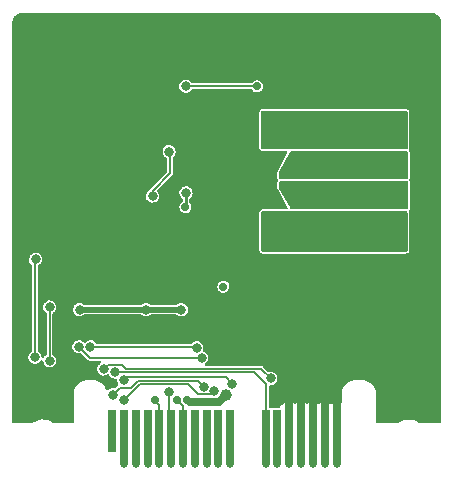
<source format=gbl>
G04 #@! TF.GenerationSoftware,KiCad,Pcbnew,(5.99.0-8491-gb8dfcb34c4)*
G04 #@! TF.CreationDate,2021-01-21T08:47:48+01:00*
G04 #@! TF.ProjectId,TMC2209_Driver,544d4332-3230-4395-9f44-72697665722e,rev?*
G04 #@! TF.SameCoordinates,PX67f3540PY6cb8080*
G04 #@! TF.FileFunction,Copper,L2,Bot*
G04 #@! TF.FilePolarity,Positive*
%FSLAX46Y46*%
G04 Gerber Fmt 4.6, Leading zero omitted, Abs format (unit mm)*
G04 Created by KiCad (PCBNEW (5.99.0-8491-gb8dfcb34c4)) date 2021-01-21 08:47:48*
%MOMM*%
%LPD*%
G01*
G04 APERTURE LIST*
G04 #@! TA.AperFunction,ConnectorPad*
%ADD10O,0.650000X0.650000*%
G04 #@! TD*
G04 #@! TA.AperFunction,ConnectorPad*
%ADD11R,0.650000X3.600000*%
G04 #@! TD*
G04 #@! TA.AperFunction,ConnectorPad*
%ADD12R,0.650000X4.600000*%
G04 #@! TD*
G04 #@! TA.AperFunction,ComponentPad*
%ADD13R,1.778000X1.778000*%
G04 #@! TD*
G04 #@! TA.AperFunction,ComponentPad*
%ADD14C,1.778000*%
G04 #@! TD*
G04 #@! TA.AperFunction,ViaPad*
%ADD15C,0.700000*%
G04 #@! TD*
G04 #@! TA.AperFunction,ViaPad*
%ADD16C,0.800000*%
G04 #@! TD*
G04 #@! TA.AperFunction,ViaPad*
%ADD17C,1.000000*%
G04 #@! TD*
G04 #@! TA.AperFunction,Conductor*
%ADD18C,0.650000*%
G04 #@! TD*
G04 #@! TA.AperFunction,Conductor*
%ADD19C,0.152400*%
G04 #@! TD*
G04 #@! TA.AperFunction,Conductor*
%ADD20C,0.254000*%
G04 #@! TD*
G04 #@! TA.AperFunction,Conductor*
%ADD21C,0.203200*%
G04 #@! TD*
G04 #@! TA.AperFunction,Conductor*
%ADD22C,0.250000*%
G04 #@! TD*
G04 #@! TA.AperFunction,Conductor*
%ADD23C,0.508000*%
G04 #@! TD*
G04 APERTURE END LIST*
D10*
X27652800Y1014800D03*
X26652800Y1014800D03*
X22652800Y1014800D03*
X11652800Y1014800D03*
X14652800Y1014800D03*
X9652800Y1014800D03*
X24652800Y1014800D03*
X12652800Y1014800D03*
X21652800Y1014800D03*
X10652800Y1014800D03*
X25652800Y1014800D03*
X15652800Y1014800D03*
X13652800Y1014800D03*
X16652800Y1014800D03*
X18652800Y1014800D03*
X23652800Y1014800D03*
X17652800Y1014800D03*
D11*
X8652800Y3814800D03*
D12*
X9652800Y3314800D03*
X10652800Y3314800D03*
X11652800Y3314800D03*
X12652800Y3314800D03*
X13652800Y3314800D03*
X14652800Y3314800D03*
X15652800Y3314800D03*
X16652800Y3314800D03*
X17652800Y3314800D03*
X18652800Y3314800D03*
X21652800Y3314800D03*
X22652800Y3314800D03*
X23652800Y3314800D03*
X24652800Y3314800D03*
X25652800Y3314800D03*
X26652800Y3314800D03*
X27652800Y3314800D03*
D13*
X32551398Y28948602D03*
D14*
X32551398Y26408602D03*
X32551398Y23868602D03*
X32551398Y21328602D03*
D15*
X21324598Y25672002D03*
X19419598Y23830502D03*
X20689598Y23830502D03*
X21324598Y24402002D03*
X19419598Y25037002D03*
X20054598Y25672002D03*
X19419598Y26307002D03*
X20689598Y26307002D03*
X20689598Y25037002D03*
X20054598Y24402002D03*
X18784598Y24402002D03*
X18784598Y25672002D03*
D16*
X6000000Y18000000D03*
X19000000Y11000000D03*
D17*
X33000000Y15000000D03*
X31500000Y35500000D03*
D16*
X2000000Y32000000D03*
X8000000Y34000000D03*
X8000000Y20000000D03*
X10000000Y32000000D03*
X7800000Y12310000D03*
X2000000Y20000000D03*
X6000000Y34000000D03*
D15*
X16010000Y15640000D03*
X17514598Y17264602D03*
D16*
X10000000Y34000000D03*
X10000000Y24000000D03*
X19000000Y15000000D03*
D17*
X33500000Y35500000D03*
D16*
X8000000Y26000000D03*
X6000000Y28000000D03*
D17*
X30341598Y17000000D03*
D16*
X4000000Y34000000D03*
X2000000Y28000000D03*
X2000000Y24000000D03*
X4000000Y28000000D03*
X10000000Y28000000D03*
X4000000Y32000000D03*
D15*
X23991598Y31488602D03*
D16*
X8000000Y16000000D03*
X8000000Y30000000D03*
X4037410Y18006844D03*
D17*
X28500000Y15000000D03*
D16*
X2000000Y34000000D03*
D17*
X29500000Y35500000D03*
D16*
X11000000Y18000000D03*
X8000000Y22000000D03*
X6000000Y32000000D03*
X10000000Y30000000D03*
X6000000Y24000000D03*
D17*
X31000000Y15000000D03*
D16*
X8000000Y28000000D03*
D15*
X16613598Y21757602D03*
D16*
X6000000Y30000000D03*
X2000000Y22000000D03*
X8000000Y32000000D03*
X2000000Y30000000D03*
X6000000Y20000000D03*
X4000000Y26000000D03*
D15*
X23966198Y18382202D03*
D16*
X4000000Y22000000D03*
X11000000Y16000000D03*
X2000000Y26000000D03*
X4000000Y24000000D03*
X4000000Y30000000D03*
X6000000Y26000000D03*
X19000000Y13000000D03*
D17*
X30000000Y34000000D03*
D15*
X29833598Y23335202D03*
X25337798Y24503602D03*
X29833598Y24427402D03*
X23610598Y24630602D03*
X22746998Y20388802D03*
X22746998Y21785802D03*
X22746998Y21074602D03*
X21680198Y20414202D03*
X21705598Y21100002D03*
X29833598Y25697402D03*
X29833598Y26789602D03*
X25337798Y25646602D03*
X23610598Y25519602D03*
X22696198Y29761402D03*
X22696198Y29050202D03*
X22696198Y28364402D03*
X21654798Y29075602D03*
X21654798Y29761402D03*
D16*
X13480000Y27440000D03*
X14887410Y32982590D03*
X12076765Y23683235D03*
D15*
X20918198Y32982590D03*
D16*
X17320000Y7170000D03*
X9652800Y6397200D03*
X16420000Y7550000D03*
D15*
X18080203Y16006887D03*
D16*
X8710000Y6860000D03*
X3360000Y14284202D03*
X3360000Y9750000D03*
X8910000Y8760000D03*
X13494495Y7124495D03*
D15*
X12285000Y6380200D03*
D16*
X2120000Y10030000D03*
X7930000Y9041390D03*
X22095584Y8243406D03*
X2170000Y18330000D03*
X14520000Y14060000D03*
X5900000Y14070000D03*
D17*
X18317500Y6824700D03*
D16*
X11551390Y14069638D03*
D15*
X15002800Y6436579D03*
D16*
X9650994Y8090994D03*
X18830000Y7800000D03*
X5840000Y10920000D03*
X16250000Y9980000D03*
X15820000Y10840000D03*
X6820000Y10910000D03*
D15*
X14113800Y6418300D03*
X14863598Y22742789D03*
D16*
X14910000Y23950000D03*
D18*
X23652800Y6264800D02*
X23664200Y6276200D01*
X24654800Y6266800D02*
X24654800Y8234400D01*
X26652800Y3314800D02*
X26652800Y6264800D01*
X24652800Y3314800D02*
X24652800Y6264800D01*
X25652800Y6264800D02*
X25645400Y6272200D01*
X26652800Y6264800D02*
X26636000Y6281600D01*
X23664200Y6276200D02*
X23664200Y8158200D01*
X27652800Y3314800D02*
X27652800Y8259000D01*
X26636000Y6281600D02*
X26636000Y8793200D01*
X25652800Y3314800D02*
X25652800Y6264800D01*
X23652800Y3314800D02*
X23652800Y6264800D01*
X24652800Y6264800D02*
X24654800Y6266800D01*
X25645400Y6272200D02*
X25645400Y8666200D01*
D19*
X12076765Y24141157D02*
X13570000Y25634392D01*
X12076765Y24141157D02*
X12076765Y23683235D01*
X20918198Y32982590D02*
X14887410Y32982590D01*
X13480000Y27440000D02*
X13570000Y27350000D01*
X13570000Y27350000D02*
X13570000Y25634392D01*
D20*
X20837386Y33063402D02*
X20918198Y32982590D01*
D19*
X15106904Y7753096D02*
X11008696Y7753096D01*
X17320000Y7170000D02*
X17061399Y6911399D01*
X17061399Y6911399D02*
X15948601Y6911399D01*
X15948601Y6911399D02*
X15106904Y7753096D01*
X11008696Y7753096D02*
X9652800Y6397200D01*
X9296258Y7446258D02*
X10270790Y7446258D01*
X10270790Y7446258D02*
X10882438Y8057906D01*
X8710000Y6860000D02*
X9296258Y7446258D01*
X15912094Y8057906D02*
X16420000Y7550000D01*
X10882438Y8057906D02*
X15912094Y8057906D01*
D20*
X18016288Y16070802D02*
X18080203Y16006887D01*
D19*
X3360000Y14040680D02*
X3360000Y9750000D01*
X20690000Y8760000D02*
X21680000Y7770000D01*
X8910000Y8760000D02*
X20690000Y8760000D01*
X20734432Y8715568D02*
X21680000Y7770000D01*
X21680000Y7770000D02*
X21680000Y3342000D01*
X9019485Y8759211D02*
X9717587Y8759211D01*
X13494495Y3473105D02*
X13494495Y7124495D01*
D21*
X12285000Y6380200D02*
X12652800Y6012400D01*
X12652800Y6012400D02*
X12652800Y3314800D01*
D19*
X2120000Y10030000D02*
X2120000Y13490000D01*
X2120000Y13490000D02*
X2120000Y18280000D01*
D22*
X2120000Y18280000D02*
X2170000Y18330000D01*
D19*
X21274179Y9064811D02*
X9843054Y9064811D01*
X2120000Y13490000D02*
X2120000Y15018312D01*
X8278990Y9390380D02*
X7930000Y9041390D01*
X9517485Y9390380D02*
X8278990Y9390380D01*
X22095584Y8243406D02*
X21274179Y9064811D01*
X9843054Y9064811D02*
X9517485Y9390380D01*
D23*
X11541752Y14060000D02*
X11551390Y14069638D01*
D18*
X17696022Y6203222D02*
X15236157Y6203222D01*
X15236157Y6203222D02*
X15002800Y6436579D01*
X18317500Y6824700D02*
X17696022Y6203222D01*
D23*
X5910000Y14060000D02*
X11541752Y14060000D01*
X14520000Y14060000D02*
X11561028Y14060000D01*
X11561028Y14060000D02*
X11551390Y14069638D01*
X5900000Y14070000D02*
X5910000Y14060000D01*
D19*
X9650994Y8090994D02*
X9603597Y8138390D01*
X9922716Y8362716D02*
X18267284Y8362716D01*
X18267284Y8362716D02*
X18830000Y7800000D01*
X9650994Y8090994D02*
X9922716Y8362716D01*
X6780000Y9980000D02*
X5840000Y10920000D01*
X16250000Y9980000D02*
X6780000Y9980000D01*
X6820000Y10910000D02*
X15750000Y10910000D01*
X15750000Y10910000D02*
X15820000Y10840000D01*
X14652800Y5879300D02*
X14652800Y3314800D01*
X14113800Y6418300D02*
X14652800Y5879300D01*
D22*
X14910000Y23950000D02*
X14910000Y22789191D01*
X14910000Y22789191D02*
X14863598Y22742789D01*
G04 #@! TA.AperFunction,Conductor*
G36*
X33611119Y30884400D02*
G01*
X33657612Y30830744D01*
X33668998Y30778402D01*
X33668998Y27758400D01*
X33648996Y27690279D01*
X33595340Y27643786D01*
X33542998Y27632400D01*
X23825152Y27632400D01*
X23821219Y27631901D01*
X23821212Y27631901D01*
X23796769Y27628802D01*
X23780923Y27627802D01*
X21399798Y27627802D01*
X21331677Y27647804D01*
X21285184Y27701460D01*
X21273798Y27753802D01*
X21273798Y30778402D01*
X21293800Y30846523D01*
X21347456Y30893016D01*
X21399798Y30904402D01*
X33542998Y30904402D01*
X33611119Y30884400D01*
G37*
G04 #@! TD.AperFunction*
G04 #@! TA.AperFunction,Conductor*
G36*
X33611119Y22375400D02*
G01*
X33657612Y22321744D01*
X33668998Y22269402D01*
X33668998Y19092402D01*
X33648996Y19024281D01*
X33595340Y18977788D01*
X33542998Y18966402D01*
X21399798Y18966402D01*
X21331677Y18986404D01*
X21285184Y19040060D01*
X21273798Y19092402D01*
X21273798Y22269402D01*
X21293800Y22337523D01*
X21347456Y22384016D01*
X21399798Y22395402D01*
X33542998Y22395402D01*
X33611119Y22375400D01*
G37*
G04 #@! TD.AperFunction*
G04 #@! TA.AperFunction,Conductor*
G36*
X33641819Y27459998D02*
G01*
X33688312Y27406342D01*
X33699698Y27353699D01*
X33694698Y25264076D01*
X33674533Y25196003D01*
X33620766Y25149638D01*
X33568925Y25138377D01*
X23744961Y25120772D01*
X23708637Y25126054D01*
X23685670Y25132923D01*
X23676694Y25132978D01*
X23676693Y25132978D01*
X23616280Y25133347D01*
X23541668Y25133803D01*
X23514559Y25126055D01*
X23511368Y25125143D01*
X23476971Y25120293D01*
X23024377Y25119481D01*
X22924023Y25119301D01*
X22855868Y25139181D01*
X22809278Y25192753D01*
X22797798Y25245301D01*
X22797798Y25685078D01*
X22812934Y25744954D01*
X23714288Y27413876D01*
X23764258Y27464308D01*
X23825152Y27480000D01*
X33573698Y27480000D01*
X33641819Y27459998D01*
G37*
G04 #@! TD.AperFunction*
G04 #@! TA.AperFunction,Conductor*
G36*
X33661728Y24966095D02*
G01*
X33708317Y24912524D01*
X33719798Y24859975D01*
X33719798Y22711902D01*
X33699796Y22643781D01*
X33646140Y22597288D01*
X33593798Y22585902D01*
X29909798Y22585902D01*
X23812710Y22598447D01*
X23744632Y22618589D01*
X23702010Y22664751D01*
X23676644Y22711902D01*
X22812837Y24317514D01*
X22797798Y24377210D01*
X22797798Y24840762D01*
X22817800Y24908883D01*
X22871456Y24955376D01*
X22923571Y24966762D01*
X29561051Y24978714D01*
X33593572Y24985975D01*
X33661728Y24966095D01*
G37*
G04 #@! TD.AperFunction*
G04 #@! TA.AperFunction,Conductor*
G36*
X35658981Y39197606D02*
G01*
X35659078Y39198313D01*
X35666138Y39197342D01*
X35673042Y39195581D01*
X35680160Y39195412D01*
X35680163Y39195412D01*
X35749979Y39193759D01*
X35759347Y39193187D01*
X35785154Y39190645D01*
X35797385Y39188831D01*
X35911911Y39166050D01*
X35923905Y39163045D01*
X35937757Y39158843D01*
X35949398Y39154678D01*
X35976310Y39143531D01*
X36057287Y39109990D01*
X36068446Y39104712D01*
X36081231Y39097879D01*
X36081248Y39097870D01*
X36091840Y39091521D01*
X36188942Y39026639D01*
X36198839Y39019299D01*
X36210080Y39010073D01*
X36219230Y39001779D01*
X36301776Y38919233D01*
X36310079Y38910073D01*
X36319284Y38898857D01*
X36326649Y38888927D01*
X36391528Y38791829D01*
X36397868Y38781251D01*
X36404711Y38768448D01*
X36409983Y38757302D01*
X36454683Y38649389D01*
X36458843Y38637760D01*
X36463048Y38623898D01*
X36466051Y38611912D01*
X36484163Y38520854D01*
X36488832Y38497379D01*
X36490646Y38485148D01*
X36493186Y38459357D01*
X36493758Y38449991D01*
X36495576Y38373233D01*
X36497312Y38366377D01*
X36498269Y38359373D01*
X36497604Y38359282D01*
X36500000Y38340058D01*
X36500000Y4563213D01*
X36479998Y4495092D01*
X36426342Y4448599D01*
X36374044Y4437213D01*
X34725808Y4436653D01*
X34657680Y4456632D01*
X34645789Y4465289D01*
X34614489Y4490999D01*
X34610579Y4494211D01*
X34401542Y4615873D01*
X34396819Y4617686D01*
X34396817Y4617687D01*
X34180463Y4700738D01*
X34180465Y4700738D01*
X34175743Y4702550D01*
X34170797Y4703583D01*
X34170791Y4703585D01*
X34025746Y4733886D01*
X33938990Y4752010D01*
X33933942Y4752239D01*
X33933936Y4752240D01*
X33818183Y4757495D01*
X33697375Y4762981D01*
X33692355Y4762400D01*
X33692351Y4762400D01*
X33462141Y4735764D01*
X33462137Y4735763D01*
X33457114Y4735182D01*
X33452249Y4733805D01*
X33452247Y4733805D01*
X33335390Y4700738D01*
X33224388Y4669328D01*
X33005185Y4567111D01*
X33001005Y4564270D01*
X33001001Y4564268D01*
X32844305Y4457778D01*
X32773526Y4435990D01*
X31126043Y4435430D01*
X31057915Y4455409D01*
X31011404Y4509049D01*
X31000000Y4561430D01*
X31000000Y6843315D01*
X31002569Y6868627D01*
X31005466Y6882748D01*
X31002709Y6999166D01*
X31002730Y7005884D01*
X31002764Y7007001D01*
X31003048Y7016570D01*
X31002196Y7020854D01*
X31002097Y7025028D01*
X31000300Y7032128D01*
X30999484Y7035349D01*
X30998051Y7041691D01*
X30959650Y7234742D01*
X30958974Y7238425D01*
X30958083Y7243723D01*
X30957190Y7249032D01*
X30956455Y7250806D01*
X30956118Y7252501D01*
X30953851Y7257570D01*
X30951903Y7261923D01*
X30950511Y7265156D01*
X30892292Y7405709D01*
X30872052Y7454574D01*
X30870695Y7457993D01*
X30866862Y7468082D01*
X30865794Y7469681D01*
X30865133Y7471276D01*
X30862132Y7475506D01*
X30862130Y7475511D01*
X30859162Y7479695D01*
X30857170Y7482588D01*
X30743269Y7653052D01*
X30741238Y7656191D01*
X30738368Y7660776D01*
X30738366Y7660778D01*
X30735534Y7665302D01*
X30734178Y7666659D01*
X30733217Y7668096D01*
X30725727Y7675179D01*
X30723204Y7677632D01*
X30578232Y7822605D01*
X30575629Y7825287D01*
X30571944Y7829198D01*
X30571942Y7829200D01*
X30568256Y7833111D01*
X30566659Y7834178D01*
X30565438Y7835399D01*
X30561032Y7838169D01*
X30561030Y7838170D01*
X30556726Y7840875D01*
X30553775Y7842787D01*
X30518522Y7866342D01*
X30383298Y7956695D01*
X30380231Y7958811D01*
X30375833Y7961943D01*
X30375829Y7961945D01*
X30371454Y7965060D01*
X30369675Y7965797D01*
X30368241Y7966755D01*
X30358623Y7970428D01*
X30355357Y7971728D01*
X30165925Y8050193D01*
X30162497Y8051673D01*
X30157570Y8053887D01*
X30152690Y8056080D01*
X30150807Y8056455D01*
X30149210Y8057116D01*
X30139000Y8058852D01*
X30135603Y8059479D01*
X30019142Y8082644D01*
X29942155Y8097958D01*
X29935607Y8099443D01*
X29925221Y8102092D01*
X29920853Y8102195D01*
X29916758Y8103010D01*
X29909688Y8102813D01*
X29909685Y8102813D01*
X29906104Y8102713D01*
X29899610Y8102699D01*
X29790010Y8105294D01*
X29790007Y8105294D01*
X29782941Y8105461D01*
X29768503Y8102525D01*
X29743405Y8100000D01*
X29356685Y8100000D01*
X29331373Y8102569D01*
X29317252Y8105466D01*
X29200834Y8102709D01*
X29194133Y8102730D01*
X29183430Y8103048D01*
X29179146Y8102196D01*
X29174972Y8102097D01*
X29168124Y8100363D01*
X29168122Y8100363D01*
X29164651Y8099484D01*
X29158311Y8098051D01*
X29051817Y8076868D01*
X28965258Y8059650D01*
X28961575Y8058974D01*
X28959869Y8058687D01*
X28950968Y8057190D01*
X28949194Y8056455D01*
X28947499Y8056118D01*
X28942748Y8053993D01*
X28942746Y8053992D01*
X28938077Y8051903D01*
X28934844Y8050511D01*
X28878871Y8027326D01*
X28745426Y7972052D01*
X28742007Y7970695D01*
X28731918Y7966862D01*
X28730319Y7965794D01*
X28728724Y7965133D01*
X28724494Y7962132D01*
X28724489Y7962130D01*
X28720305Y7959162D01*
X28717412Y7957170D01*
X28546948Y7843269D01*
X28543809Y7841238D01*
X28539224Y7838368D01*
X28539222Y7838366D01*
X28534698Y7835534D01*
X28533341Y7834178D01*
X28531904Y7833217D01*
X28527733Y7828806D01*
X28524821Y7825727D01*
X28522368Y7823204D01*
X28377395Y7678232D01*
X28374713Y7675629D01*
X28370802Y7671944D01*
X28370800Y7671942D01*
X28366889Y7668256D01*
X28365822Y7666659D01*
X28364601Y7665438D01*
X28361831Y7661032D01*
X28361830Y7661030D01*
X28359125Y7656726D01*
X28357219Y7653784D01*
X28243692Y7483875D01*
X28243316Y7483313D01*
X28241189Y7480231D01*
X28238057Y7475833D01*
X28238055Y7475829D01*
X28234940Y7471454D01*
X28234203Y7469675D01*
X28233245Y7468241D01*
X28229719Y7459007D01*
X28229572Y7458623D01*
X28228272Y7455357D01*
X28149807Y7265925D01*
X28148327Y7262497D01*
X28143920Y7252690D01*
X28143545Y7250807D01*
X28142884Y7249210D01*
X28141148Y7239000D01*
X28140521Y7235603D01*
X28122201Y7143500D01*
X28102042Y7042155D01*
X28100557Y7035607D01*
X28097908Y7025221D01*
X28097805Y7020853D01*
X28096990Y7016758D01*
X28097187Y7009688D01*
X28097187Y7009685D01*
X28097287Y7006104D01*
X28097301Y6999610D01*
X28094948Y6900207D01*
X28094539Y6882941D01*
X28097475Y6868503D01*
X28100000Y6843405D01*
X28100000Y6253800D01*
X28079998Y6185679D01*
X28026342Y6139186D01*
X27974000Y6127800D01*
X27924915Y6127800D01*
X27909676Y6123325D01*
X27908471Y6121935D01*
X27906800Y6114252D01*
X27906800Y4434336D01*
X27398800Y4434164D01*
X27398800Y6109685D01*
X27394325Y6124924D01*
X27392935Y6126129D01*
X27385252Y6127800D01*
X27330057Y6127800D01*
X27325550Y6127639D01*
X27261531Y6123060D01*
X27248309Y6120674D01*
X27195290Y6105107D01*
X27124293Y6105107D01*
X27113412Y6108302D01*
X26982246Y6127161D01*
X26973305Y6127800D01*
X26924915Y6127800D01*
X26909676Y6123325D01*
X26908471Y6121935D01*
X26906800Y6114252D01*
X26906800Y4433997D01*
X26398800Y4433824D01*
X26398800Y6109685D01*
X26394325Y6124924D01*
X26392935Y6126129D01*
X26385252Y6127800D01*
X26330057Y6127800D01*
X26325550Y6127639D01*
X26261531Y6123060D01*
X26248309Y6120674D01*
X26195290Y6105107D01*
X26124293Y6105107D01*
X26113412Y6108302D01*
X25982246Y6127161D01*
X25973305Y6127800D01*
X25924915Y6127800D01*
X25909676Y6123325D01*
X25908471Y6121935D01*
X25906800Y6114252D01*
X25906800Y4433657D01*
X25398800Y4433484D01*
X25398800Y6109685D01*
X25394325Y6124924D01*
X25392935Y6126129D01*
X25385252Y6127800D01*
X25330057Y6127800D01*
X25325550Y6127639D01*
X25261531Y6123060D01*
X25248309Y6120674D01*
X25195290Y6105107D01*
X25124293Y6105107D01*
X25113412Y6108302D01*
X24982246Y6127161D01*
X24973305Y6127800D01*
X24924915Y6127800D01*
X24909676Y6123325D01*
X24908471Y6121935D01*
X24906800Y6114252D01*
X24906800Y4433317D01*
X24398800Y4433144D01*
X24398800Y6109685D01*
X24394325Y6124924D01*
X24392935Y6126129D01*
X24385252Y6127800D01*
X24330057Y6127800D01*
X24325550Y6127639D01*
X24261531Y6123060D01*
X24248309Y6120674D01*
X24195290Y6105107D01*
X24124293Y6105107D01*
X24113412Y6108302D01*
X23982246Y6127161D01*
X23973305Y6127800D01*
X23924915Y6127800D01*
X23909676Y6123325D01*
X23908471Y6121935D01*
X23906800Y6114252D01*
X23906800Y4432977D01*
X23398800Y4432804D01*
X23398800Y6109685D01*
X23394325Y6124924D01*
X23392935Y6126129D01*
X23385252Y6127800D01*
X23330057Y6127800D01*
X23325550Y6127639D01*
X23261531Y6123060D01*
X23248309Y6120674D01*
X23123342Y6083981D01*
X23107108Y6076567D01*
X22999440Y6007374D01*
X22985953Y5995688D01*
X22902140Y5898962D01*
X22892492Y5883948D01*
X22875324Y5846357D01*
X22828831Y5792701D01*
X22760711Y5772700D01*
X22327800Y5772700D01*
X22321733Y5771493D01*
X22321730Y5771493D01*
X22279550Y5763103D01*
X22279549Y5763103D01*
X22267374Y5760681D01*
X22222801Y5730897D01*
X22155050Y5709683D01*
X22082799Y5730897D01*
X22038226Y5760681D01*
X22026051Y5763103D01*
X22026050Y5763103D01*
X22010519Y5766192D01*
X21947609Y5799099D01*
X21912477Y5860794D01*
X21909100Y5889771D01*
X21909100Y7563348D01*
X21929102Y7631469D01*
X21982758Y7677962D01*
X22043843Y7688593D01*
X22048900Y7687463D01*
X22057473Y7687912D01*
X22057476Y7687912D01*
X22191541Y7694938D01*
X22191542Y7694938D01*
X22200124Y7695388D01*
X22285569Y7724143D01*
X22335511Y7740950D01*
X22335513Y7740951D01*
X22343646Y7743688D01*
X22468892Y7828806D01*
X22566635Y7944468D01*
X22572425Y7957115D01*
X22626098Y8074346D01*
X22626098Y8074348D01*
X22629673Y8082155D01*
X22653362Y8231722D01*
X22653484Y8243406D01*
X22632932Y8393436D01*
X22572792Y8532413D01*
X22477493Y8650098D01*
X22421606Y8689815D01*
X22361059Y8732843D01*
X22354057Y8737819D01*
X22211578Y8789115D01*
X22203018Y8789744D01*
X22203016Y8789744D01*
X22112158Y8796416D01*
X22060553Y8800205D01*
X21962195Y8780373D01*
X21891465Y8786516D01*
X21848196Y8814791D01*
X21441191Y9221795D01*
X21436650Y9226581D01*
X21420643Y9244359D01*
X21420642Y9244360D01*
X21411780Y9254202D01*
X21392831Y9262638D01*
X21375465Y9272067D01*
X21358073Y9283362D01*
X21344996Y9285433D01*
X21337895Y9288159D01*
X21331906Y9289764D01*
X21322851Y9293795D01*
X21321747Y9293911D01*
X21301387Y9293911D01*
X21281676Y9295462D01*
X21275004Y9296519D01*
X21275003Y9296519D01*
X21261927Y9298590D01*
X21249139Y9295163D01*
X21235909Y9294470D01*
X21235883Y9294965D01*
X21227874Y9293911D01*
X16633394Y9293911D01*
X16565273Y9313913D01*
X16518780Y9367569D01*
X16508676Y9437843D01*
X16538170Y9502423D01*
X16562571Y9524123D01*
X16571634Y9530282D01*
X16623308Y9565400D01*
X16721051Y9681062D01*
X16743943Y9731062D01*
X16780514Y9810940D01*
X16780514Y9810942D01*
X16784089Y9818749D01*
X16807778Y9968316D01*
X16807900Y9980000D01*
X16797464Y10056184D01*
X16788514Y10121520D01*
X16788514Y10121522D01*
X16787348Y10130030D01*
X16727208Y10269007D01*
X16631909Y10386692D01*
X16598715Y10410282D01*
X16515475Y10469437D01*
X16508473Y10474413D01*
X16424545Y10504629D01*
X16367227Y10546524D01*
X16341658Y10612756D01*
X16350280Y10662038D01*
X16348031Y10662717D01*
X16350513Y10670939D01*
X16354089Y10678749D01*
X16377778Y10828316D01*
X16377900Y10840000D01*
X16357348Y10990030D01*
X16297208Y11129007D01*
X16201909Y11246692D01*
X16171483Y11268315D01*
X16085475Y11329437D01*
X16078473Y11334413D01*
X15935994Y11385709D01*
X15927434Y11386338D01*
X15927432Y11386338D01*
X15836574Y11393010D01*
X15784969Y11396799D01*
X15636525Y11366868D01*
X15628873Y11362969D01*
X15509250Y11302018D01*
X15509247Y11302016D01*
X15501599Y11298119D01*
X15495277Y11292306D01*
X15495276Y11292305D01*
X15438412Y11240016D01*
X15390131Y11195619D01*
X15385604Y11188317D01*
X15382679Y11184782D01*
X15323844Y11145046D01*
X15285596Y11139100D01*
X7403124Y11139100D01*
X7335003Y11159102D01*
X7298056Y11197046D01*
X7297208Y11199007D01*
X7289111Y11209007D01*
X7207315Y11310016D01*
X7201909Y11316692D01*
X7180835Y11331669D01*
X7085475Y11399437D01*
X7078473Y11404413D01*
X6935994Y11455709D01*
X6927434Y11456338D01*
X6927432Y11456338D01*
X6836574Y11463010D01*
X6784969Y11466799D01*
X6636525Y11436868D01*
X6628873Y11432969D01*
X6509250Y11372018D01*
X6509247Y11372016D01*
X6501599Y11368119D01*
X6495277Y11362306D01*
X6495276Y11362305D01*
X6420823Y11293842D01*
X6357141Y11262456D01*
X6286599Y11270482D01*
X6237618Y11307294D01*
X6227317Y11320014D01*
X6227316Y11320015D01*
X6221909Y11326692D01*
X6211045Y11334413D01*
X6105475Y11409437D01*
X6098473Y11414413D01*
X5955994Y11465709D01*
X5947434Y11466338D01*
X5947432Y11466338D01*
X5856574Y11473010D01*
X5804969Y11476799D01*
X5656525Y11446868D01*
X5648873Y11442969D01*
X5529250Y11382018D01*
X5529247Y11382016D01*
X5521599Y11378119D01*
X5515277Y11372306D01*
X5515276Y11372305D01*
X5416456Y11281436D01*
X5416453Y11281432D01*
X5410131Y11275619D01*
X5405603Y11268317D01*
X5405602Y11268315D01*
X5346554Y11173080D01*
X5330333Y11146918D01*
X5288085Y11001500D01*
X5286499Y10850077D01*
X5288722Y10841781D01*
X5288722Y10841780D01*
X5290437Y10835382D01*
X5325693Y10703805D01*
X5402777Y10573462D01*
X5512075Y10468649D01*
X5519641Y10464592D01*
X5519644Y10464590D01*
X5637957Y10401151D01*
X5637961Y10401149D01*
X5645532Y10397090D01*
X5793316Y10364057D01*
X5801889Y10364506D01*
X5801893Y10364506D01*
X5935957Y10371532D01*
X5935958Y10371532D01*
X5944540Y10371982D01*
X5952682Y10374722D01*
X5952687Y10374723D01*
X5959895Y10377149D01*
X6030838Y10379919D01*
X6089178Y10346825D01*
X6612988Y9823015D01*
X6617529Y9818230D01*
X6642399Y9790609D01*
X6661339Y9782176D01*
X6678711Y9772745D01*
X6696106Y9761449D01*
X6709186Y9759377D01*
X6716286Y9756652D01*
X6722271Y9755048D01*
X6731328Y9751016D01*
X6732432Y9750900D01*
X6752792Y9750900D01*
X6772503Y9749349D01*
X6779175Y9748292D01*
X6779176Y9748292D01*
X6792252Y9746221D01*
X6805041Y9749648D01*
X6818268Y9750341D01*
X6818294Y9749846D01*
X6826303Y9750900D01*
X7580153Y9750900D01*
X7648274Y9730898D01*
X7694767Y9677242D01*
X7704871Y9606968D01*
X7675377Y9542388D01*
X7637356Y9512633D01*
X7619250Y9503408D01*
X7619247Y9503406D01*
X7611599Y9499509D01*
X7605277Y9493696D01*
X7605276Y9493695D01*
X7506456Y9402826D01*
X7506453Y9402822D01*
X7500131Y9397009D01*
X7495603Y9389707D01*
X7495602Y9389705D01*
X7429667Y9283362D01*
X7420333Y9268308D01*
X7378085Y9122890D01*
X7376499Y8971467D01*
X7415693Y8825195D01*
X7492777Y8694852D01*
X7602075Y8590039D01*
X7609641Y8585982D01*
X7609644Y8585980D01*
X7727957Y8522541D01*
X7727961Y8522539D01*
X7735532Y8518480D01*
X7883316Y8485447D01*
X7891889Y8485896D01*
X7891893Y8485896D01*
X8025957Y8492922D01*
X8025958Y8492922D01*
X8034540Y8493372D01*
X8127125Y8524530D01*
X8169927Y8538934D01*
X8169929Y8538935D01*
X8178062Y8541672D01*
X8223225Y8572365D01*
X8290809Y8594111D01*
X8359422Y8575867D01*
X8402501Y8532293D01*
X8472777Y8413462D01*
X8582075Y8308649D01*
X8589641Y8304592D01*
X8589644Y8304590D01*
X8707957Y8241151D01*
X8707961Y8241149D01*
X8715532Y8237090D01*
X8863316Y8204057D01*
X8871889Y8204506D01*
X8871893Y8204506D01*
X8965548Y8209414D01*
X9034622Y8193004D01*
X9083859Y8141855D01*
X9098134Y8082267D01*
X9097493Y8021071D01*
X9099716Y8012775D01*
X9099716Y8012774D01*
X9124972Y7918521D01*
X9136687Y7874799D01*
X9166779Y7823917D01*
X9185087Y7792959D01*
X9202546Y7724143D01*
X9180029Y7656812D01*
X9165728Y7639725D01*
X9153500Y7627497D01*
X9138467Y7614657D01*
X9133003Y7610687D01*
X9133000Y7610684D01*
X9122288Y7602901D01*
X9115667Y7591433D01*
X9106806Y7581592D01*
X9106437Y7581924D01*
X9101520Y7575517D01*
X9008592Y7482588D01*
X8960270Y7434266D01*
X8897958Y7400241D01*
X8843081Y7403847D01*
X8842479Y7401014D01*
X8834069Y7402802D01*
X8825994Y7405709D01*
X8817437Y7406337D01*
X8817434Y7406338D01*
X8715249Y7413841D01*
X8674969Y7416799D01*
X8526525Y7386868D01*
X8518873Y7382969D01*
X8399250Y7322018D01*
X8399247Y7322016D01*
X8391599Y7318119D01*
X8385277Y7312306D01*
X8385276Y7312305D01*
X8333827Y7264995D01*
X8270145Y7233609D01*
X8199603Y7241635D01*
X8144599Y7286524D01*
X8132132Y7309525D01*
X8130981Y7312305D01*
X8072052Y7454574D01*
X8070695Y7457993D01*
X8066862Y7468082D01*
X8065794Y7469681D01*
X8065133Y7471276D01*
X8062132Y7475506D01*
X8062130Y7475511D01*
X8059162Y7479695D01*
X8057170Y7482588D01*
X7943269Y7653052D01*
X7941238Y7656191D01*
X7938368Y7660776D01*
X7938366Y7660778D01*
X7935534Y7665302D01*
X7934178Y7666659D01*
X7933217Y7668096D01*
X7925727Y7675179D01*
X7923204Y7677632D01*
X7778232Y7822605D01*
X7775629Y7825287D01*
X7771944Y7829198D01*
X7771942Y7829200D01*
X7768256Y7833111D01*
X7766659Y7834178D01*
X7765438Y7835399D01*
X7761032Y7838169D01*
X7761030Y7838170D01*
X7756726Y7840875D01*
X7753775Y7842787D01*
X7718522Y7866342D01*
X7583298Y7956695D01*
X7580231Y7958811D01*
X7575833Y7961943D01*
X7575829Y7961945D01*
X7571454Y7965060D01*
X7569675Y7965797D01*
X7568241Y7966755D01*
X7558623Y7970428D01*
X7555357Y7971728D01*
X7365925Y8050193D01*
X7362497Y8051673D01*
X7357570Y8053887D01*
X7352690Y8056080D01*
X7350807Y8056455D01*
X7349210Y8057116D01*
X7339000Y8058852D01*
X7335603Y8059479D01*
X7219142Y8082644D01*
X7142155Y8097958D01*
X7135607Y8099443D01*
X7125221Y8102092D01*
X7120853Y8102195D01*
X7116758Y8103010D01*
X7109688Y8102813D01*
X7109685Y8102813D01*
X7106104Y8102713D01*
X7099610Y8102699D01*
X6990010Y8105294D01*
X6990007Y8105294D01*
X6982941Y8105461D01*
X6968503Y8102525D01*
X6943405Y8100000D01*
X6656685Y8100000D01*
X6631373Y8102569D01*
X6617252Y8105466D01*
X6500834Y8102709D01*
X6494133Y8102730D01*
X6483430Y8103048D01*
X6479146Y8102196D01*
X6474972Y8102097D01*
X6468124Y8100363D01*
X6468122Y8100363D01*
X6464651Y8099484D01*
X6458311Y8098051D01*
X6351817Y8076868D01*
X6265258Y8059650D01*
X6261575Y8058974D01*
X6259869Y8058687D01*
X6250968Y8057190D01*
X6249194Y8056455D01*
X6247499Y8056118D01*
X6242748Y8053993D01*
X6242746Y8053992D01*
X6238077Y8051903D01*
X6234844Y8050511D01*
X6178871Y8027326D01*
X6045426Y7972052D01*
X6042007Y7970695D01*
X6031918Y7966862D01*
X6030319Y7965794D01*
X6028724Y7965133D01*
X6024494Y7962132D01*
X6024489Y7962130D01*
X6020305Y7959162D01*
X6017412Y7957170D01*
X5846948Y7843269D01*
X5843809Y7841238D01*
X5839224Y7838368D01*
X5839222Y7838366D01*
X5834698Y7835534D01*
X5833341Y7834178D01*
X5831904Y7833217D01*
X5827733Y7828806D01*
X5824821Y7825727D01*
X5822368Y7823204D01*
X5677395Y7678232D01*
X5674713Y7675629D01*
X5670802Y7671944D01*
X5670800Y7671942D01*
X5666889Y7668256D01*
X5665822Y7666659D01*
X5664601Y7665438D01*
X5661831Y7661032D01*
X5661830Y7661030D01*
X5659125Y7656726D01*
X5657219Y7653784D01*
X5543692Y7483875D01*
X5543316Y7483313D01*
X5541189Y7480231D01*
X5538057Y7475833D01*
X5538055Y7475829D01*
X5534940Y7471454D01*
X5534203Y7469675D01*
X5533245Y7468241D01*
X5529719Y7459007D01*
X5529572Y7458623D01*
X5528272Y7455357D01*
X5449807Y7265925D01*
X5448327Y7262497D01*
X5443920Y7252690D01*
X5443545Y7250807D01*
X5442884Y7249210D01*
X5441148Y7239000D01*
X5440521Y7235603D01*
X5422201Y7143500D01*
X5402042Y7042155D01*
X5400557Y7035607D01*
X5397908Y7025221D01*
X5397805Y7020853D01*
X5396990Y7016758D01*
X5397187Y7009688D01*
X5397187Y7009685D01*
X5397287Y7006104D01*
X5397301Y6999610D01*
X5394948Y6900207D01*
X5394539Y6882941D01*
X5397475Y6868503D01*
X5400000Y6843405D01*
X5400000Y4552645D01*
X5379998Y4484524D01*
X5326342Y4438031D01*
X5274044Y4426645D01*
X3788605Y4426140D01*
X3720478Y4446119D01*
X3708601Y4454765D01*
X3660579Y4494211D01*
X3451542Y4615873D01*
X3446819Y4617686D01*
X3446817Y4617687D01*
X3230463Y4700738D01*
X3230465Y4700738D01*
X3225743Y4702550D01*
X3220797Y4703583D01*
X3220791Y4703585D01*
X3075746Y4733886D01*
X2988990Y4752010D01*
X2983942Y4752239D01*
X2983936Y4752240D01*
X2868183Y4757495D01*
X2747375Y4762981D01*
X2742355Y4762400D01*
X2742351Y4762400D01*
X2512141Y4735764D01*
X2512137Y4735763D01*
X2507114Y4735182D01*
X2502249Y4733805D01*
X2502247Y4733805D01*
X2385390Y4700738D01*
X2274388Y4669328D01*
X2055185Y4567111D01*
X2051005Y4564270D01*
X2051001Y4564268D01*
X1878821Y4447255D01*
X1808043Y4425467D01*
X828684Y4425135D01*
X326043Y4424964D01*
X257915Y4444943D01*
X211404Y4498583D01*
X200000Y4550964D01*
X200000Y9960077D01*
X1566499Y9960077D01*
X1568722Y9951781D01*
X1568722Y9951780D01*
X1600952Y9831500D01*
X1605693Y9813805D01*
X1682777Y9683462D01*
X1792075Y9578649D01*
X1799641Y9574592D01*
X1799644Y9574590D01*
X1917957Y9511151D01*
X1917961Y9511149D01*
X1925532Y9507090D01*
X2073316Y9474057D01*
X2081889Y9474506D01*
X2081893Y9474506D01*
X2215957Y9481532D01*
X2215958Y9481532D01*
X2224540Y9481982D01*
X2349761Y9524123D01*
X2359927Y9527544D01*
X2359929Y9527545D01*
X2368062Y9530282D01*
X2493308Y9615400D01*
X2588694Y9728273D01*
X2647941Y9767392D01*
X2718933Y9768270D01*
X2779129Y9730628D01*
X2806639Y9679555D01*
X2845693Y9533805D01*
X2922777Y9403462D01*
X3032075Y9298649D01*
X3039641Y9294592D01*
X3039644Y9294590D01*
X3157957Y9231151D01*
X3157961Y9231149D01*
X3165532Y9227090D01*
X3313316Y9194057D01*
X3321889Y9194506D01*
X3321893Y9194506D01*
X3455957Y9201532D01*
X3455958Y9201532D01*
X3464540Y9201982D01*
X3551215Y9231151D01*
X3599927Y9247544D01*
X3599929Y9247545D01*
X3608062Y9250282D01*
X3622446Y9260057D01*
X3663796Y9288159D01*
X3733308Y9335400D01*
X3831051Y9451062D01*
X3834626Y9458870D01*
X3890514Y9580940D01*
X3890514Y9580942D01*
X3894089Y9588749D01*
X3917778Y9738316D01*
X3917900Y9750000D01*
X3907898Y9823015D01*
X3898514Y9891520D01*
X3898514Y9891522D01*
X3897348Y9900030D01*
X3837208Y10039007D01*
X3741909Y10156692D01*
X3642110Y10227615D01*
X3598171Y10283379D01*
X3589100Y10330320D01*
X3589100Y13704884D01*
X3609102Y13773005D01*
X3644277Y13809096D01*
X3679231Y13832851D01*
X3733308Y13869602D01*
X3831051Y13985264D01*
X3837833Y14000077D01*
X5346499Y14000077D01*
X5348722Y13991781D01*
X5348722Y13991780D01*
X5382754Y13864774D01*
X5385693Y13853805D01*
X5462777Y13723462D01*
X5572075Y13618649D01*
X5579641Y13614592D01*
X5579644Y13614590D01*
X5697957Y13551151D01*
X5697961Y13551149D01*
X5705532Y13547090D01*
X5853316Y13514057D01*
X5861889Y13514506D01*
X5861893Y13514506D01*
X5995957Y13521532D01*
X5995958Y13521532D01*
X6004540Y13521982D01*
X6091215Y13551151D01*
X6139927Y13567544D01*
X6139929Y13567545D01*
X6148062Y13570282D01*
X6237864Y13631312D01*
X6308687Y13653100D01*
X11136592Y13653100D01*
X11210651Y13629038D01*
X11217263Y13624234D01*
X11223465Y13618287D01*
X11231039Y13614226D01*
X11349347Y13550789D01*
X11349351Y13550787D01*
X11356922Y13546728D01*
X11504706Y13513695D01*
X11513279Y13514144D01*
X11513283Y13514144D01*
X11647347Y13521170D01*
X11647348Y13521170D01*
X11655930Y13521620D01*
X11742605Y13550789D01*
X11791317Y13567182D01*
X11791319Y13567183D01*
X11799452Y13569920D01*
X11889787Y13631312D01*
X11960609Y13653100D01*
X14095070Y13653100D01*
X14163191Y13633098D01*
X14182280Y13618042D01*
X14185877Y13614592D01*
X14185880Y13614590D01*
X14192075Y13608649D01*
X14199641Y13604592D01*
X14199644Y13604590D01*
X14317957Y13541151D01*
X14317961Y13541149D01*
X14325532Y13537090D01*
X14473316Y13504057D01*
X14481889Y13504506D01*
X14481893Y13504506D01*
X14615957Y13511532D01*
X14615958Y13511532D01*
X14624540Y13511982D01*
X14711215Y13541151D01*
X14759927Y13557544D01*
X14759929Y13557545D01*
X14768062Y13560282D01*
X14782777Y13570282D01*
X14803427Y13584317D01*
X14893308Y13645400D01*
X14991051Y13761062D01*
X14998853Y13778103D01*
X15050514Y13890940D01*
X15050514Y13890942D01*
X15054089Y13898749D01*
X15077778Y14048316D01*
X15077900Y14060000D01*
X15057348Y14210030D01*
X14997208Y14349007D01*
X14901909Y14466692D01*
X14868839Y14490194D01*
X14785475Y14549437D01*
X14778473Y14554413D01*
X14635994Y14605709D01*
X14627434Y14606338D01*
X14627432Y14606338D01*
X14536574Y14613010D01*
X14484969Y14616799D01*
X14336525Y14586868D01*
X14201599Y14518119D01*
X14195276Y14512305D01*
X14195272Y14512302D01*
X14182059Y14500152D01*
X14118377Y14468766D01*
X14096773Y14466900D01*
X11986779Y14466900D01*
X11913790Y14490194D01*
X11868606Y14522305D01*
X11809863Y14564051D01*
X11667384Y14615347D01*
X11658824Y14615976D01*
X11658822Y14615976D01*
X11567964Y14622648D01*
X11516359Y14626437D01*
X11416677Y14606338D01*
X11378132Y14598566D01*
X11367915Y14596506D01*
X11335289Y14579882D01*
X11241352Y14532018D01*
X11232989Y14527757D01*
X11226670Y14521947D01*
X11226665Y14521943D01*
X11202966Y14500151D01*
X11139284Y14468766D01*
X11117681Y14466900D01*
X6335899Y14466900D01*
X6262910Y14490194D01*
X6165475Y14559437D01*
X6158473Y14564413D01*
X6015994Y14615709D01*
X6007434Y14616338D01*
X6007432Y14616338D01*
X5916574Y14623010D01*
X5864969Y14626799D01*
X5716525Y14596868D01*
X5700232Y14588566D01*
X5589250Y14532018D01*
X5589247Y14532016D01*
X5581599Y14528119D01*
X5575277Y14522306D01*
X5575276Y14522305D01*
X5476456Y14431436D01*
X5476453Y14431432D01*
X5470131Y14425619D01*
X5465603Y14418317D01*
X5465602Y14418315D01*
X5417742Y14341124D01*
X5390333Y14296918D01*
X5348085Y14151500D01*
X5346499Y14000077D01*
X3837833Y14000077D01*
X3857833Y14043761D01*
X3890514Y14115142D01*
X3890514Y14115144D01*
X3894089Y14122951D01*
X3917778Y14272518D01*
X3917900Y14284202D01*
X3905606Y14373948D01*
X3898514Y14425722D01*
X3898514Y14425724D01*
X3897348Y14434232D01*
X3837208Y14573209D01*
X3741909Y14690894D01*
X3664058Y14746220D01*
X3625475Y14773639D01*
X3618473Y14778615D01*
X3475994Y14829911D01*
X3467434Y14830540D01*
X3467432Y14830540D01*
X3376574Y14837212D01*
X3324969Y14841001D01*
X3176525Y14811070D01*
X3168873Y14807171D01*
X3049250Y14746220D01*
X3049247Y14746218D01*
X3041599Y14742321D01*
X3035277Y14736508D01*
X3035276Y14736507D01*
X2936456Y14645638D01*
X2936453Y14645634D01*
X2930131Y14639821D01*
X2925603Y14632519D01*
X2925602Y14632517D01*
X2854862Y14518425D01*
X2850333Y14511120D01*
X2808085Y14365702D01*
X2806499Y14214279D01*
X2808722Y14205983D01*
X2808722Y14205982D01*
X2830971Y14122951D01*
X2845693Y14068007D01*
X2922777Y13937664D01*
X3032075Y13832851D01*
X3064442Y13815496D01*
X3115024Y13765680D01*
X3130900Y13704453D01*
X3130900Y10330833D01*
X3110898Y10262712D01*
X3062104Y10218567D01*
X3041599Y10208119D01*
X3001798Y10171520D01*
X2936456Y10111436D01*
X2936453Y10111432D01*
X2930131Y10105619D01*
X2925605Y10098319D01*
X2925604Y10098318D01*
X2899480Y10056184D01*
X2846583Y10008829D01*
X2776482Y9997590D01*
X2711433Y10026034D01*
X2672088Y10085132D01*
X2667560Y10105481D01*
X2658514Y10171520D01*
X2658514Y10171522D01*
X2657348Y10180030D01*
X2597208Y10319007D01*
X2501909Y10436692D01*
X2402110Y10507615D01*
X2358171Y10563379D01*
X2349100Y10610320D01*
X2349100Y16013092D01*
X17572341Y16013092D01*
X17591013Y15870303D01*
X17594627Y15862089D01*
X17594628Y15862086D01*
X17645396Y15746706D01*
X17649010Y15738493D01*
X17741671Y15628260D01*
X17749142Y15623287D01*
X17749143Y15623286D01*
X17854073Y15553438D01*
X17854076Y15553437D01*
X17861546Y15548464D01*
X17870110Y15545788D01*
X17870113Y15545787D01*
X17990432Y15508196D01*
X17990436Y15508195D01*
X17998999Y15505520D01*
X18064542Y15504319D01*
X18134002Y15503046D01*
X18134005Y15503046D01*
X18142980Y15502882D01*
X18151643Y15505244D01*
X18151645Y15505244D01*
X18273250Y15538397D01*
X18281914Y15540759D01*
X18404633Y15616109D01*
X18501271Y15722873D01*
X18564060Y15852469D01*
X18587951Y15994478D01*
X18588103Y16006887D01*
X18567688Y16149438D01*
X18561291Y16163509D01*
X18511801Y16272355D01*
X18508085Y16280529D01*
X18414084Y16389622D01*
X18293243Y16467947D01*
X18155275Y16509208D01*
X18146299Y16509263D01*
X18146298Y16509263D01*
X18085885Y16509632D01*
X18011273Y16510088D01*
X17872812Y16470515D01*
X17751023Y16393672D01*
X17655696Y16285736D01*
X17594496Y16155383D01*
X17572341Y16013092D01*
X2349100Y16013092D01*
X2349100Y17719227D01*
X2369102Y17787348D01*
X2416458Y17829742D01*
X2418062Y17830282D01*
X2543308Y17915400D01*
X2641051Y18031062D01*
X2704089Y18168749D01*
X2727778Y18318316D01*
X2727900Y18330000D01*
X2707348Y18480030D01*
X2647208Y18619007D01*
X2551909Y18736692D01*
X2474058Y18792018D01*
X2435475Y18819437D01*
X2428473Y18824413D01*
X2285994Y18875709D01*
X2277434Y18876338D01*
X2277432Y18876338D01*
X2186574Y18883010D01*
X2134969Y18886799D01*
X1986525Y18856868D01*
X1978873Y18852969D01*
X1859250Y18792018D01*
X1859247Y18792016D01*
X1851599Y18788119D01*
X1845277Y18782306D01*
X1845276Y18782305D01*
X1746456Y18691436D01*
X1746453Y18691432D01*
X1740131Y18685619D01*
X1660333Y18556918D01*
X1618085Y18411500D01*
X1616499Y18260077D01*
X1618722Y18251781D01*
X1618722Y18251780D01*
X1640971Y18168749D01*
X1655693Y18113805D01*
X1732777Y17983462D01*
X1841082Y17879601D01*
X1841083Y17879600D01*
X1842075Y17878649D01*
X1841932Y17878500D01*
X1882315Y17826129D01*
X1890900Y17780416D01*
X1890900Y10610833D01*
X1870898Y10542712D01*
X1822104Y10498567D01*
X1801599Y10488119D01*
X1751085Y10441669D01*
X1696456Y10391436D01*
X1696453Y10391432D01*
X1690131Y10385619D01*
X1685603Y10378317D01*
X1685602Y10378315D01*
X1626354Y10282758D01*
X1610333Y10256918D01*
X1568085Y10111500D01*
X1566499Y9960077D01*
X200000Y9960077D01*
X200000Y22748994D01*
X14355736Y22748994D01*
X14374408Y22606205D01*
X14378022Y22597991D01*
X14378023Y22597988D01*
X14428791Y22482608D01*
X14432405Y22474395D01*
X14438179Y22467526D01*
X14518635Y22371813D01*
X14525066Y22364162D01*
X14532537Y22359189D01*
X14532538Y22359188D01*
X14637468Y22289340D01*
X14637471Y22289339D01*
X14644941Y22284366D01*
X14653505Y22281690D01*
X14653508Y22281689D01*
X14773827Y22244098D01*
X14773831Y22244097D01*
X14782394Y22241422D01*
X14847937Y22240221D01*
X14917397Y22238948D01*
X14917400Y22238948D01*
X14926375Y22238784D01*
X14935038Y22241146D01*
X14935040Y22241146D01*
X15056645Y22274299D01*
X15065309Y22276661D01*
X15188028Y22352011D01*
X15250967Y22421545D01*
X15278638Y22452115D01*
X15278639Y22452116D01*
X15284666Y22458775D01*
X15291637Y22473162D01*
X15343541Y22580292D01*
X15343542Y22580294D01*
X15347455Y22588371D01*
X15371346Y22730380D01*
X15371498Y22742789D01*
X15351083Y22885340D01*
X15344686Y22899411D01*
X15295196Y23008257D01*
X15291480Y23016431D01*
X15218447Y23101190D01*
X15189133Y23165853D01*
X15187900Y23183438D01*
X15187900Y23403847D01*
X15207902Y23471968D01*
X15243077Y23508059D01*
X15283308Y23535400D01*
X15381051Y23651062D01*
X15444089Y23788749D01*
X15467778Y23938316D01*
X15467900Y23950000D01*
X15455606Y24039746D01*
X15448514Y24091520D01*
X15448514Y24091522D01*
X15447348Y24100030D01*
X15387208Y24239007D01*
X15291909Y24356692D01*
X15263038Y24377210D01*
X15175475Y24439437D01*
X15168473Y24444413D01*
X15025994Y24495709D01*
X15017434Y24496338D01*
X15017432Y24496338D01*
X14926574Y24503010D01*
X14874969Y24506799D01*
X14726525Y24476868D01*
X14718873Y24472969D01*
X14599250Y24412018D01*
X14599247Y24412016D01*
X14591599Y24408119D01*
X14585277Y24402306D01*
X14585276Y24402305D01*
X14486456Y24311436D01*
X14486453Y24311432D01*
X14480131Y24305619D01*
X14475603Y24298317D01*
X14475602Y24298315D01*
X14406495Y24186856D01*
X14400333Y24176918D01*
X14358085Y24031500D01*
X14356499Y23880077D01*
X14358722Y23871781D01*
X14358722Y23871780D01*
X14385196Y23772981D01*
X14395693Y23733805D01*
X14472777Y23603462D01*
X14530821Y23547800D01*
X14575874Y23504595D01*
X14575876Y23504593D01*
X14582075Y23498649D01*
X14582532Y23498404D01*
X14623513Y23445264D01*
X14632100Y23399545D01*
X14632100Y23260692D01*
X14612098Y23192571D01*
X14573337Y23154131D01*
X14547706Y23137958D01*
X14534418Y23129574D01*
X14439091Y23021638D01*
X14377891Y22891285D01*
X14355736Y22748994D01*
X200000Y22748994D01*
X200000Y23613312D01*
X11523264Y23613312D01*
X11525487Y23605016D01*
X11525487Y23605015D01*
X11553229Y23501484D01*
X11562458Y23467040D01*
X11639542Y23336697D01*
X11748840Y23231884D01*
X11756406Y23227827D01*
X11756409Y23227825D01*
X11874722Y23164386D01*
X11874726Y23164384D01*
X11882297Y23160325D01*
X12030081Y23127292D01*
X12038654Y23127741D01*
X12038658Y23127741D01*
X12172722Y23134767D01*
X12172723Y23134767D01*
X12181305Y23135217D01*
X12272339Y23165853D01*
X12316692Y23180779D01*
X12316694Y23180780D01*
X12324827Y23183517D01*
X12336143Y23191207D01*
X12360192Y23207552D01*
X12450073Y23268635D01*
X12547816Y23384297D01*
X12589495Y23475331D01*
X12607279Y23514175D01*
X12607279Y23514177D01*
X12610854Y23521984D01*
X12634543Y23671551D01*
X12634665Y23683235D01*
X12614113Y23833265D01*
X12553973Y23972242D01*
X12499310Y24039746D01*
X12481235Y24062067D01*
X12453910Y24127595D01*
X12466350Y24197493D01*
X12490061Y24230456D01*
X13726975Y25467371D01*
X13731760Y25471912D01*
X13749548Y25487928D01*
X13749549Y25487929D01*
X13759391Y25496791D01*
X13767827Y25515740D01*
X13777256Y25533106D01*
X13788551Y25550498D01*
X13790622Y25563575D01*
X13793348Y25570676D01*
X13794953Y25576665D01*
X13798984Y25585720D01*
X13799100Y25586824D01*
X13799100Y25607184D01*
X13800651Y25626895D01*
X13801708Y25633567D01*
X13801708Y25633568D01*
X13803779Y25646644D01*
X13800352Y25659432D01*
X13799659Y25672662D01*
X13800154Y25672688D01*
X13799100Y25680697D01*
X13799100Y26922061D01*
X13819102Y26990182D01*
X13840790Y27015698D01*
X13846201Y27020570D01*
X13853308Y27025400D01*
X13951051Y27141062D01*
X14014089Y27278749D01*
X14037778Y27428316D01*
X14037900Y27440000D01*
X14017348Y27590030D01*
X13957208Y27729007D01*
X13861909Y27846692D01*
X13784058Y27902018D01*
X13745475Y27929437D01*
X13738473Y27934413D01*
X13595994Y27985709D01*
X13587434Y27986338D01*
X13587432Y27986338D01*
X13496574Y27993010D01*
X13444969Y27996799D01*
X13296525Y27966868D01*
X13288873Y27962969D01*
X13169250Y27902018D01*
X13169247Y27902016D01*
X13161599Y27898119D01*
X13155277Y27892306D01*
X13155276Y27892305D01*
X13056456Y27801436D01*
X13056453Y27801432D01*
X13050131Y27795619D01*
X13045603Y27788317D01*
X13045602Y27788315D01*
X12997752Y27711141D01*
X12970333Y27666918D01*
X12928085Y27521500D01*
X12926499Y27370077D01*
X12928722Y27361781D01*
X12928722Y27361780D01*
X12950971Y27278749D01*
X12965693Y27223805D01*
X13042777Y27093462D01*
X13152075Y26988649D01*
X13159641Y26984592D01*
X13159644Y26984590D01*
X13274441Y26923037D01*
X13325024Y26873219D01*
X13340900Y26811993D01*
X13340900Y25781479D01*
X13320898Y25713358D01*
X13303995Y25692384D01*
X11919790Y24308178D01*
X11915005Y24303637D01*
X11887374Y24278758D01*
X11881988Y24266660D01*
X11878940Y24259813D01*
X11869509Y24242443D01*
X11858214Y24225051D01*
X11858060Y24224080D01*
X11820465Y24174843D01*
X11803131Y24164165D01*
X11758364Y24141354D01*
X11705029Y24092310D01*
X11653221Y24044671D01*
X11653218Y24044667D01*
X11646896Y24038854D01*
X11642368Y24031552D01*
X11642367Y24031550D01*
X11571627Y23917458D01*
X11567098Y23910153D01*
X11524850Y23764735D01*
X11523264Y23613312D01*
X200000Y23613312D01*
X200000Y30778402D01*
X21121398Y30778402D01*
X21121398Y27753802D01*
X21124881Y27721408D01*
X21136267Y27669066D01*
X21170008Y27601659D01*
X21216501Y27548003D01*
X21224078Y27543133D01*
X21224081Y27543131D01*
X21244909Y27529746D01*
X21288741Y27501577D01*
X21297385Y27499039D01*
X21297387Y27499038D01*
X21352539Y27482844D01*
X21352543Y27482843D01*
X21356862Y27481575D01*
X21361310Y27480935D01*
X21361317Y27480934D01*
X21395350Y27476041D01*
X21395357Y27476041D01*
X21399798Y27475402D01*
X23363059Y27475402D01*
X23431180Y27455400D01*
X23477673Y27401744D01*
X23487777Y27331470D01*
X23473923Y27289527D01*
X22678841Y25817375D01*
X22665182Y25782304D01*
X22650046Y25722428D01*
X22645398Y25685078D01*
X22645398Y25245301D01*
X22645762Y25241931D01*
X22647563Y25225253D01*
X22648910Y25212774D01*
X22660390Y25160226D01*
X22672076Y25136959D01*
X22691797Y25097691D01*
X22704496Y25027839D01*
X22685198Y24973020D01*
X22671573Y24951819D01*
X22669035Y24943175D01*
X22669034Y24943173D01*
X22654157Y24892504D01*
X22651571Y24883698D01*
X22650931Y24879250D01*
X22650930Y24879243D01*
X22647673Y24856584D01*
X22645398Y24840762D01*
X22645398Y24377210D01*
X22650016Y24339980D01*
X22650966Y24336208D01*
X22650967Y24336204D01*
X22663207Y24287621D01*
X22665055Y24280284D01*
X22678627Y24245310D01*
X22949352Y23742096D01*
X23491970Y22733498D01*
X23506630Y22664032D01*
X23481405Y22597667D01*
X23424306Y22555475D01*
X23381009Y22547802D01*
X21399798Y22547802D01*
X21367404Y22544319D01*
X21315062Y22532933D01*
X21247655Y22499192D01*
X21193999Y22452699D01*
X21189129Y22445122D01*
X21189127Y22445119D01*
X21173977Y22421545D01*
X21147573Y22380459D01*
X21145035Y22371815D01*
X21145034Y22371813D01*
X21139845Y22354138D01*
X21127571Y22312338D01*
X21126931Y22307890D01*
X21126930Y22307883D01*
X21122442Y22276661D01*
X21121398Y22269402D01*
X21121398Y19092402D01*
X21124881Y19060008D01*
X21136267Y19007666D01*
X21170008Y18940259D01*
X21216501Y18886603D01*
X21224078Y18881733D01*
X21224081Y18881731D01*
X21260127Y18858566D01*
X21288741Y18840177D01*
X21297385Y18837639D01*
X21297387Y18837638D01*
X21352539Y18821444D01*
X21352543Y18821443D01*
X21356862Y18820175D01*
X21361310Y18819535D01*
X21361317Y18819534D01*
X21395350Y18814641D01*
X21395357Y18814641D01*
X21399798Y18814002D01*
X33542998Y18814002D01*
X33575392Y18817485D01*
X33627734Y18828871D01*
X33695141Y18862612D01*
X33748797Y18909105D01*
X33753667Y18916682D01*
X33753669Y18916685D01*
X33790352Y18973766D01*
X33795223Y18981345D01*
X33800882Y19000617D01*
X33813956Y19045143D01*
X33813957Y19045147D01*
X33815225Y19049466D01*
X33816741Y19060008D01*
X33820759Y19087954D01*
X33820759Y19087961D01*
X33821398Y19092402D01*
X33821398Y22269402D01*
X33817915Y22301796D01*
X33806529Y22354138D01*
X33785700Y22395750D01*
X33773095Y22465619D01*
X33800312Y22528146D01*
X33799597Y22528605D01*
X33802432Y22533016D01*
X33802432Y22533017D01*
X33846023Y22600845D01*
X33857432Y22639700D01*
X33864756Y22664643D01*
X33864757Y22664647D01*
X33866025Y22668966D01*
X33872198Y22711902D01*
X33872198Y24859975D01*
X33868686Y24892504D01*
X33857205Y24945053D01*
X33843158Y24973020D01*
X33826859Y25005473D01*
X33826857Y25005476D01*
X33823313Y25012532D01*
X33820881Y25015328D01*
X33800116Y25081273D01*
X33815507Y25135349D01*
X33812003Y25136959D01*
X33815766Y25145146D01*
X33820657Y25152717D01*
X33837471Y25209477D01*
X33839542Y25216468D01*
X33839543Y25216472D01*
X33840822Y25220790D01*
X33847098Y25263711D01*
X33847586Y25467371D01*
X33852090Y27349947D01*
X33852090Y27349949D01*
X33852098Y27353334D01*
X33848654Y27385916D01*
X33839484Y27428316D01*
X33838939Y27430834D01*
X33838939Y27430835D01*
X33837268Y27438559D01*
X33803488Y27506143D01*
X33798317Y27512110D01*
X33797975Y27512623D01*
X33776780Y27580382D01*
X33788146Y27634932D01*
X33790353Y27639766D01*
X33795223Y27647343D01*
X33800971Y27666918D01*
X33813956Y27711141D01*
X33813957Y27711145D01*
X33815225Y27715464D01*
X33816080Y27721408D01*
X33820759Y27753952D01*
X33820759Y27753959D01*
X33821398Y27758400D01*
X33821398Y30778402D01*
X33817915Y30810796D01*
X33806529Y30863138D01*
X33772788Y30930545D01*
X33726295Y30984201D01*
X33718718Y30989071D01*
X33718715Y30989073D01*
X33661634Y31025756D01*
X33654055Y31030627D01*
X33645411Y31033165D01*
X33645409Y31033166D01*
X33590257Y31049360D01*
X33590253Y31049361D01*
X33585934Y31050629D01*
X33581486Y31051269D01*
X33581479Y31051270D01*
X33547446Y31056163D01*
X33547439Y31056163D01*
X33542998Y31056802D01*
X21399798Y31056802D01*
X21367404Y31053319D01*
X21315062Y31041933D01*
X21247655Y31008192D01*
X21193999Y30961699D01*
X21189129Y30954122D01*
X21189127Y30954119D01*
X21173977Y30930545D01*
X21147573Y30889459D01*
X21145035Y30880815D01*
X21145034Y30880813D01*
X21139845Y30863138D01*
X21127571Y30821338D01*
X21126931Y30816890D01*
X21126930Y30816883D01*
X21125574Y30807445D01*
X21121398Y30778402D01*
X200000Y30778402D01*
X200000Y32912667D01*
X14333909Y32912667D01*
X14336132Y32904371D01*
X14336132Y32904370D01*
X14356550Y32828172D01*
X14373103Y32766395D01*
X14450187Y32636052D01*
X14559485Y32531239D01*
X14567051Y32527182D01*
X14567054Y32527180D01*
X14685367Y32463741D01*
X14685371Y32463739D01*
X14692942Y32459680D01*
X14840726Y32426647D01*
X14849299Y32427096D01*
X14849303Y32427096D01*
X14983367Y32434122D01*
X14983368Y32434122D01*
X14991950Y32434572D01*
X15078625Y32463741D01*
X15127337Y32480134D01*
X15127339Y32480135D01*
X15135472Y32482872D01*
X15260718Y32567990D01*
X15313212Y32630108D01*
X15352916Y32677090D01*
X15352917Y32677092D01*
X15358461Y32683652D01*
X15362037Y32691462D01*
X15364285Y32695005D01*
X15417674Y32741803D01*
X15470670Y32753490D01*
X20395287Y32753490D01*
X20463408Y32733488D01*
X20491738Y32708565D01*
X20573888Y32610836D01*
X20573890Y32610834D01*
X20579666Y32603963D01*
X20587137Y32598990D01*
X20587138Y32598989D01*
X20692068Y32529141D01*
X20692071Y32529140D01*
X20699541Y32524167D01*
X20708105Y32521491D01*
X20708108Y32521490D01*
X20828427Y32483899D01*
X20828431Y32483898D01*
X20836994Y32481223D01*
X20902537Y32480022D01*
X20971997Y32478749D01*
X20972000Y32478749D01*
X20980975Y32478585D01*
X20989638Y32480947D01*
X20989640Y32480947D01*
X21111245Y32514100D01*
X21119909Y32516462D01*
X21242628Y32591812D01*
X21319818Y32677090D01*
X21333238Y32691916D01*
X21333239Y32691917D01*
X21339266Y32698576D01*
X21360210Y32741803D01*
X21398141Y32820093D01*
X21398142Y32820095D01*
X21402055Y32828172D01*
X21425946Y32970181D01*
X21426098Y32982590D01*
X21405683Y33125141D01*
X21346080Y33256232D01*
X21252079Y33365325D01*
X21131238Y33443650D01*
X20993270Y33484911D01*
X20984294Y33484966D01*
X20984293Y33484966D01*
X20923880Y33485335D01*
X20849268Y33485791D01*
X20710807Y33446218D01*
X20703220Y33441431D01*
X20703218Y33441430D01*
X20698993Y33438764D01*
X20589018Y33369375D01*
X20493691Y33261439D01*
X20492631Y33262375D01*
X20445746Y33222560D01*
X20394549Y33211690D01*
X15470534Y33211690D01*
X15402413Y33231692D01*
X15365466Y33269636D01*
X15364618Y33271597D01*
X15305967Y33344026D01*
X15274725Y33382606D01*
X15269319Y33389282D01*
X15192816Y33443650D01*
X15152885Y33472027D01*
X15145883Y33477003D01*
X15003404Y33528299D01*
X14994844Y33528928D01*
X14994842Y33528928D01*
X14903984Y33535600D01*
X14852379Y33539389D01*
X14703935Y33509458D01*
X14696283Y33505559D01*
X14576660Y33444608D01*
X14576657Y33444606D01*
X14569009Y33440709D01*
X14562687Y33434896D01*
X14562686Y33434895D01*
X14463866Y33344026D01*
X14463863Y33344022D01*
X14457541Y33338209D01*
X14453013Y33330907D01*
X14453012Y33330905D01*
X14382272Y33216813D01*
X14377743Y33209508D01*
X14335495Y33064090D01*
X14333909Y32912667D01*
X200000Y32912667D01*
X200000Y38339902D01*
X202394Y38358981D01*
X201687Y38359078D01*
X202658Y38366138D01*
X204419Y38373042D01*
X204654Y38382941D01*
X206241Y38449979D01*
X206813Y38459347D01*
X209355Y38485154D01*
X211169Y38497385D01*
X233950Y38611911D01*
X236955Y38623905D01*
X241157Y38637757D01*
X245322Y38649398D01*
X281734Y38737307D01*
X290011Y38757288D01*
X295288Y38768446D01*
X302132Y38781251D01*
X308484Y38791848D01*
X373361Y38888942D01*
X380701Y38898839D01*
X389927Y38910080D01*
X398221Y38919230D01*
X480767Y39001776D01*
X489927Y39010079D01*
X501143Y39019284D01*
X511076Y39026651D01*
X511082Y39026655D01*
X608171Y39091528D01*
X618752Y39097870D01*
X631552Y39104711D01*
X642698Y39109983D01*
X750611Y39154683D01*
X762236Y39158841D01*
X776107Y39163049D01*
X788088Y39166051D01*
X902622Y39188832D01*
X914852Y39190646D01*
X940643Y39193186D01*
X950009Y39193758D01*
X970420Y39194242D01*
X1026767Y39195576D01*
X1033623Y39197312D01*
X1040627Y39198269D01*
X1040718Y39197604D01*
X1059942Y39200000D01*
X35639902Y39200000D01*
X35658981Y39197606D01*
G37*
G04 #@! TD.AperFunction*
M02*

</source>
